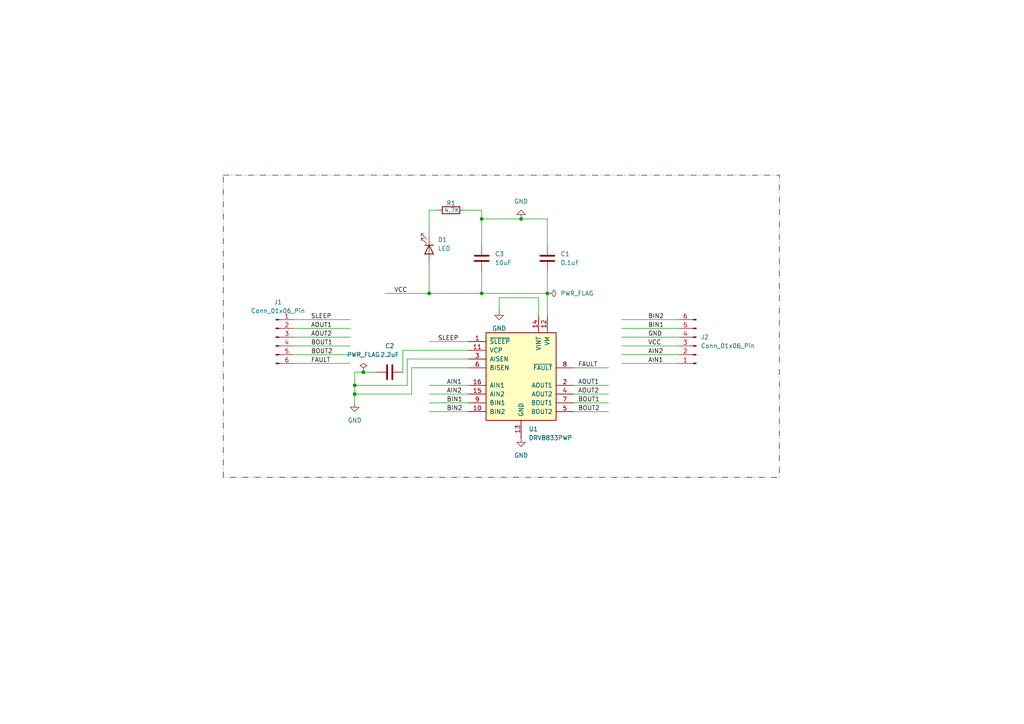
<source format=kicad_sch>
(kicad_sch
	(version 20231120)
	(generator "eeschema")
	(generator_version "8.0")
	(uuid "6a266878-29d5-40a8-81a3-1ec595c26a54")
	(paper "A4")
	(title_block
		(title "Motor Driver with DRV8833")
		(date "2024-12-29")
		(company "Bharat PCB")
		(comment 1 "Drawn by Asmit")
	)
	(lib_symbols
		(symbol "Connector:Conn_01x06_Pin"
			(pin_names
				(offset 1.016) hide)
			(exclude_from_sim no)
			(in_bom yes)
			(on_board yes)
			(property "Reference" "J"
				(at 0 7.62 0)
				(effects
					(font
						(size 1.27 1.27)
					)
				)
			)
			(property "Value" "Conn_01x06_Pin"
				(at 0 -10.16 0)
				(effects
					(font
						(size 1.27 1.27)
					)
				)
			)
			(property "Footprint" ""
				(at 0 0 0)
				(effects
					(font
						(size 1.27 1.27)
					)
					(hide yes)
				)
			)
			(property "Datasheet" "~"
				(at 0 0 0)
				(effects
					(font
						(size 1.27 1.27)
					)
					(hide yes)
				)
			)
			(property "Description" "Generic connector, single row, 01x06, script generated"
				(at 0 0 0)
				(effects
					(font
						(size 1.27 1.27)
					)
					(hide yes)
				)
			)
			(property "ki_locked" ""
				(at 0 0 0)
				(effects
					(font
						(size 1.27 1.27)
					)
				)
			)
			(property "ki_keywords" "connector"
				(at 0 0 0)
				(effects
					(font
						(size 1.27 1.27)
					)
					(hide yes)
				)
			)
			(property "ki_fp_filters" "Connector*:*_1x??_*"
				(at 0 0 0)
				(effects
					(font
						(size 1.27 1.27)
					)
					(hide yes)
				)
			)
			(symbol "Conn_01x06_Pin_1_1"
				(polyline
					(pts
						(xy 1.27 -7.62) (xy 0.8636 -7.62)
					)
					(stroke
						(width 0.1524)
						(type default)
					)
					(fill
						(type none)
					)
				)
				(polyline
					(pts
						(xy 1.27 -5.08) (xy 0.8636 -5.08)
					)
					(stroke
						(width 0.1524)
						(type default)
					)
					(fill
						(type none)
					)
				)
				(polyline
					(pts
						(xy 1.27 -2.54) (xy 0.8636 -2.54)
					)
					(stroke
						(width 0.1524)
						(type default)
					)
					(fill
						(type none)
					)
				)
				(polyline
					(pts
						(xy 1.27 0) (xy 0.8636 0)
					)
					(stroke
						(width 0.1524)
						(type default)
					)
					(fill
						(type none)
					)
				)
				(polyline
					(pts
						(xy 1.27 2.54) (xy 0.8636 2.54)
					)
					(stroke
						(width 0.1524)
						(type default)
					)
					(fill
						(type none)
					)
				)
				(polyline
					(pts
						(xy 1.27 5.08) (xy 0.8636 5.08)
					)
					(stroke
						(width 0.1524)
						(type default)
					)
					(fill
						(type none)
					)
				)
				(rectangle
					(start 0.8636 -7.493)
					(end 0 -7.747)
					(stroke
						(width 0.1524)
						(type default)
					)
					(fill
						(type outline)
					)
				)
				(rectangle
					(start 0.8636 -4.953)
					(end 0 -5.207)
					(stroke
						(width 0.1524)
						(type default)
					)
					(fill
						(type outline)
					)
				)
				(rectangle
					(start 0.8636 -2.413)
					(end 0 -2.667)
					(stroke
						(width 0.1524)
						(type default)
					)
					(fill
						(type outline)
					)
				)
				(rectangle
					(start 0.8636 0.127)
					(end 0 -0.127)
					(stroke
						(width 0.1524)
						(type default)
					)
					(fill
						(type outline)
					)
				)
				(rectangle
					(start 0.8636 2.667)
					(end 0 2.413)
					(stroke
						(width 0.1524)
						(type default)
					)
					(fill
						(type outline)
					)
				)
				(rectangle
					(start 0.8636 5.207)
					(end 0 4.953)
					(stroke
						(width 0.1524)
						(type default)
					)
					(fill
						(type outline)
					)
				)
				(pin passive line
					(at 5.08 5.08 180)
					(length 3.81)
					(name "Pin_1"
						(effects
							(font
								(size 1.27 1.27)
							)
						)
					)
					(number "1"
						(effects
							(font
								(size 1.27 1.27)
							)
						)
					)
				)
				(pin passive line
					(at 5.08 2.54 180)
					(length 3.81)
					(name "Pin_2"
						(effects
							(font
								(size 1.27 1.27)
							)
						)
					)
					(number "2"
						(effects
							(font
								(size 1.27 1.27)
							)
						)
					)
				)
				(pin passive line
					(at 5.08 0 180)
					(length 3.81)
					(name "Pin_3"
						(effects
							(font
								(size 1.27 1.27)
							)
						)
					)
					(number "3"
						(effects
							(font
								(size 1.27 1.27)
							)
						)
					)
				)
				(pin passive line
					(at 5.08 -2.54 180)
					(length 3.81)
					(name "Pin_4"
						(effects
							(font
								(size 1.27 1.27)
							)
						)
					)
					(number "4"
						(effects
							(font
								(size 1.27 1.27)
							)
						)
					)
				)
				(pin passive line
					(at 5.08 -5.08 180)
					(length 3.81)
					(name "Pin_5"
						(effects
							(font
								(size 1.27 1.27)
							)
						)
					)
					(number "5"
						(effects
							(font
								(size 1.27 1.27)
							)
						)
					)
				)
				(pin passive line
					(at 5.08 -7.62 180)
					(length 3.81)
					(name "Pin_6"
						(effects
							(font
								(size 1.27 1.27)
							)
						)
					)
					(number "6"
						(effects
							(font
								(size 1.27 1.27)
							)
						)
					)
				)
			)
		)
		(symbol "Device:C"
			(pin_numbers hide)
			(pin_names
				(offset 0.254)
			)
			(exclude_from_sim no)
			(in_bom yes)
			(on_board yes)
			(property "Reference" "C"
				(at 0.635 2.54 0)
				(effects
					(font
						(size 1.27 1.27)
					)
					(justify left)
				)
			)
			(property "Value" "C"
				(at 0.635 -2.54 0)
				(effects
					(font
						(size 1.27 1.27)
					)
					(justify left)
				)
			)
			(property "Footprint" ""
				(at 0.9652 -3.81 0)
				(effects
					(font
						(size 1.27 1.27)
					)
					(hide yes)
				)
			)
			(property "Datasheet" "~"
				(at 0 0 0)
				(effects
					(font
						(size 1.27 1.27)
					)
					(hide yes)
				)
			)
			(property "Description" "Unpolarized capacitor"
				(at 0 0 0)
				(effects
					(font
						(size 1.27 1.27)
					)
					(hide yes)
				)
			)
			(property "ki_keywords" "cap capacitor"
				(at 0 0 0)
				(effects
					(font
						(size 1.27 1.27)
					)
					(hide yes)
				)
			)
			(property "ki_fp_filters" "C_*"
				(at 0 0 0)
				(effects
					(font
						(size 1.27 1.27)
					)
					(hide yes)
				)
			)
			(symbol "C_0_1"
				(polyline
					(pts
						(xy -2.032 -0.762) (xy 2.032 -0.762)
					)
					(stroke
						(width 0.508)
						(type default)
					)
					(fill
						(type none)
					)
				)
				(polyline
					(pts
						(xy -2.032 0.762) (xy 2.032 0.762)
					)
					(stroke
						(width 0.508)
						(type default)
					)
					(fill
						(type none)
					)
				)
			)
			(symbol "C_1_1"
				(pin passive line
					(at 0 3.81 270)
					(length 2.794)
					(name "~"
						(effects
							(font
								(size 1.27 1.27)
							)
						)
					)
					(number "1"
						(effects
							(font
								(size 1.27 1.27)
							)
						)
					)
				)
				(pin passive line
					(at 0 -3.81 90)
					(length 2.794)
					(name "~"
						(effects
							(font
								(size 1.27 1.27)
							)
						)
					)
					(number "2"
						(effects
							(font
								(size 1.27 1.27)
							)
						)
					)
				)
			)
		)
		(symbol "Device:LED"
			(pin_numbers hide)
			(pin_names
				(offset 1.016) hide)
			(exclude_from_sim no)
			(in_bom yes)
			(on_board yes)
			(property "Reference" "D"
				(at 0 2.54 0)
				(effects
					(font
						(size 1.27 1.27)
					)
				)
			)
			(property "Value" "LED"
				(at 0 -2.54 0)
				(effects
					(font
						(size 1.27 1.27)
					)
				)
			)
			(property "Footprint" ""
				(at 0 0 0)
				(effects
					(font
						(size 1.27 1.27)
					)
					(hide yes)
				)
			)
			(property "Datasheet" "~"
				(at 0 0 0)
				(effects
					(font
						(size 1.27 1.27)
					)
					(hide yes)
				)
			)
			(property "Description" "Light emitting diode"
				(at 0 0 0)
				(effects
					(font
						(size 1.27 1.27)
					)
					(hide yes)
				)
			)
			(property "ki_keywords" "LED diode"
				(at 0 0 0)
				(effects
					(font
						(size 1.27 1.27)
					)
					(hide yes)
				)
			)
			(property "ki_fp_filters" "LED* LED_SMD:* LED_THT:*"
				(at 0 0 0)
				(effects
					(font
						(size 1.27 1.27)
					)
					(hide yes)
				)
			)
			(symbol "LED_0_1"
				(polyline
					(pts
						(xy -1.27 -1.27) (xy -1.27 1.27)
					)
					(stroke
						(width 0.254)
						(type default)
					)
					(fill
						(type none)
					)
				)
				(polyline
					(pts
						(xy -1.27 0) (xy 1.27 0)
					)
					(stroke
						(width 0)
						(type default)
					)
					(fill
						(type none)
					)
				)
				(polyline
					(pts
						(xy 1.27 -1.27) (xy 1.27 1.27) (xy -1.27 0) (xy 1.27 -1.27)
					)
					(stroke
						(width 0.254)
						(type default)
					)
					(fill
						(type none)
					)
				)
				(polyline
					(pts
						(xy -3.048 -0.762) (xy -4.572 -2.286) (xy -3.81 -2.286) (xy -4.572 -2.286) (xy -4.572 -1.524)
					)
					(stroke
						(width 0)
						(type default)
					)
					(fill
						(type none)
					)
				)
				(polyline
					(pts
						(xy -1.778 -0.762) (xy -3.302 -2.286) (xy -2.54 -2.286) (xy -3.302 -2.286) (xy -3.302 -1.524)
					)
					(stroke
						(width 0)
						(type default)
					)
					(fill
						(type none)
					)
				)
			)
			(symbol "LED_1_1"
				(pin passive line
					(at -3.81 0 0)
					(length 2.54)
					(name "K"
						(effects
							(font
								(size 1.27 1.27)
							)
						)
					)
					(number "1"
						(effects
							(font
								(size 1.27 1.27)
							)
						)
					)
				)
				(pin passive line
					(at 3.81 0 180)
					(length 2.54)
					(name "A"
						(effects
							(font
								(size 1.27 1.27)
							)
						)
					)
					(number "2"
						(effects
							(font
								(size 1.27 1.27)
							)
						)
					)
				)
			)
		)
		(symbol "Device:R"
			(pin_numbers hide)
			(pin_names
				(offset 0)
			)
			(exclude_from_sim no)
			(in_bom yes)
			(on_board yes)
			(property "Reference" "R"
				(at 2.032 0 90)
				(effects
					(font
						(size 1.27 1.27)
					)
				)
			)
			(property "Value" "R"
				(at 0 0 90)
				(effects
					(font
						(size 1.27 1.27)
					)
				)
			)
			(property "Footprint" ""
				(at -1.778 0 90)
				(effects
					(font
						(size 1.27 1.27)
					)
					(hide yes)
				)
			)
			(property "Datasheet" "~"
				(at 0 0 0)
				(effects
					(font
						(size 1.27 1.27)
					)
					(hide yes)
				)
			)
			(property "Description" "Resistor"
				(at 0 0 0)
				(effects
					(font
						(size 1.27 1.27)
					)
					(hide yes)
				)
			)
			(property "ki_keywords" "R res resistor"
				(at 0 0 0)
				(effects
					(font
						(size 1.27 1.27)
					)
					(hide yes)
				)
			)
			(property "ki_fp_filters" "R_*"
				(at 0 0 0)
				(effects
					(font
						(size 1.27 1.27)
					)
					(hide yes)
				)
			)
			(symbol "R_0_1"
				(rectangle
					(start -1.016 -2.54)
					(end 1.016 2.54)
					(stroke
						(width 0.254)
						(type default)
					)
					(fill
						(type none)
					)
				)
			)
			(symbol "R_1_1"
				(pin passive line
					(at 0 3.81 270)
					(length 1.27)
					(name "~"
						(effects
							(font
								(size 1.27 1.27)
							)
						)
					)
					(number "1"
						(effects
							(font
								(size 1.27 1.27)
							)
						)
					)
				)
				(pin passive line
					(at 0 -3.81 90)
					(length 1.27)
					(name "~"
						(effects
							(font
								(size 1.27 1.27)
							)
						)
					)
					(number "2"
						(effects
							(font
								(size 1.27 1.27)
							)
						)
					)
				)
			)
		)
		(symbol "Driver_Motor:DRV8833PWP"
			(pin_names
				(offset 1.016)
			)
			(exclude_from_sim no)
			(in_bom yes)
			(on_board yes)
			(property "Reference" "U"
				(at -3.81 16.51 0)
				(effects
					(font
						(size 1.27 1.27)
					)
				)
			)
			(property "Value" "DRV8833PWP"
				(at -3.81 13.97 0)
				(effects
					(font
						(size 1.27 1.27)
					)
				)
			)
			(property "Footprint" "Package_SO:HTSSOP-16-1EP_4.4x5mm_P0.65mm_EP3.4x5mm_Mask2.46x2.31mm_ThermalVias"
				(at 5.08 -15.24 0)
				(effects
					(font
						(size 1.27 1.27)
					)
					(justify left)
					(hide yes)
				)
			)
			(property "Datasheet" "http://www.ti.com/lit/ds/symlink/drv8833.pdf"
				(at 5.08 -17.78 0)
				(effects
					(font
						(size 1.27 1.27)
					)
					(justify left)
					(hide yes)
				)
			)
			(property "Description" "Dual H-Bridge Motor Driver, HTSSOP-16"
				(at 0 0 0)
				(effects
					(font
						(size 1.27 1.27)
					)
					(hide yes)
				)
			)
			(property "ki_keywords" "H-bridge motor driver"
				(at 0 0 0)
				(effects
					(font
						(size 1.27 1.27)
					)
					(hide yes)
				)
			)
			(property "ki_fp_filters" "HTSSOP-16-1EP*4.4x5mm*P0.65mm*"
				(at 0 0 0)
				(effects
					(font
						(size 1.27 1.27)
					)
					(hide yes)
				)
			)
			(symbol "DRV8833PWP_0_1"
				(rectangle
					(start -10.16 12.7)
					(end 10.16 -12.7)
					(stroke
						(width 0.254)
						(type default)
					)
					(fill
						(type background)
					)
				)
			)
			(symbol "DRV8833PWP_1_1"
				(pin input line
					(at -15.24 10.16 0)
					(length 5.08)
					(name "~{SLEEP}"
						(effects
							(font
								(size 1.27 1.27)
							)
						)
					)
					(number "1"
						(effects
							(font
								(size 1.27 1.27)
							)
						)
					)
				)
				(pin input line
					(at -15.24 -10.16 0)
					(length 5.08)
					(name "BIN2"
						(effects
							(font
								(size 1.27 1.27)
							)
						)
					)
					(number "10"
						(effects
							(font
								(size 1.27 1.27)
							)
						)
					)
				)
				(pin bidirectional line
					(at -15.24 7.62 0)
					(length 5.08)
					(name "VCP"
						(effects
							(font
								(size 1.27 1.27)
							)
						)
					)
					(number "11"
						(effects
							(font
								(size 1.27 1.27)
							)
						)
					)
				)
				(pin power_in line
					(at 7.62 17.78 270)
					(length 5.08)
					(name "VM"
						(effects
							(font
								(size 1.27 1.27)
							)
						)
					)
					(number "12"
						(effects
							(font
								(size 1.27 1.27)
							)
						)
					)
				)
				(pin power_in line
					(at 0 -17.78 90)
					(length 5.08)
					(name "GND"
						(effects
							(font
								(size 1.27 1.27)
							)
						)
					)
					(number "13"
						(effects
							(font
								(size 1.27 1.27)
							)
						)
					)
				)
				(pin power_in line
					(at 5.08 17.78 270)
					(length 5.08)
					(name "VINT"
						(effects
							(font
								(size 1.27 1.27)
							)
						)
					)
					(number "14"
						(effects
							(font
								(size 1.27 1.27)
							)
						)
					)
				)
				(pin input line
					(at -15.24 -5.08 0)
					(length 5.08)
					(name "AIN2"
						(effects
							(font
								(size 1.27 1.27)
							)
						)
					)
					(number "15"
						(effects
							(font
								(size 1.27 1.27)
							)
						)
					)
				)
				(pin input line
					(at -15.24 -2.54 0)
					(length 5.08)
					(name "AIN1"
						(effects
							(font
								(size 1.27 1.27)
							)
						)
					)
					(number "16"
						(effects
							(font
								(size 1.27 1.27)
							)
						)
					)
				)
				(pin passive line
					(at 0 -17.78 90)
					(length 5.08) hide
					(name "GND"
						(effects
							(font
								(size 1.27 1.27)
							)
						)
					)
					(number "17"
						(effects
							(font
								(size 1.27 1.27)
							)
						)
					)
				)
				(pin power_out line
					(at 15.24 -2.54 180)
					(length 5.08)
					(name "AOUT1"
						(effects
							(font
								(size 1.27 1.27)
							)
						)
					)
					(number "2"
						(effects
							(font
								(size 1.27 1.27)
							)
						)
					)
				)
				(pin bidirectional line
					(at -15.24 5.08 0)
					(length 5.08)
					(name "AISEN"
						(effects
							(font
								(size 1.27 1.27)
							)
						)
					)
					(number "3"
						(effects
							(font
								(size 1.27 1.27)
							)
						)
					)
				)
				(pin power_out line
					(at 15.24 -5.08 180)
					(length 5.08)
					(name "AOUT2"
						(effects
							(font
								(size 1.27 1.27)
							)
						)
					)
					(number "4"
						(effects
							(font
								(size 1.27 1.27)
							)
						)
					)
				)
				(pin power_out line
					(at 15.24 -10.16 180)
					(length 5.08)
					(name "BOUT2"
						(effects
							(font
								(size 1.27 1.27)
							)
						)
					)
					(number "5"
						(effects
							(font
								(size 1.27 1.27)
							)
						)
					)
				)
				(pin bidirectional line
					(at -15.24 2.54 0)
					(length 5.08)
					(name "BISEN"
						(effects
							(font
								(size 1.27 1.27)
							)
						)
					)
					(number "6"
						(effects
							(font
								(size 1.27 1.27)
							)
						)
					)
				)
				(pin power_out line
					(at 15.24 -7.62 180)
					(length 5.08)
					(name "BOUT1"
						(effects
							(font
								(size 1.27 1.27)
							)
						)
					)
					(number "7"
						(effects
							(font
								(size 1.27 1.27)
							)
						)
					)
				)
				(pin open_collector line
					(at 15.24 2.54 180)
					(length 5.08)
					(name "~{FAULT}"
						(effects
							(font
								(size 1.27 1.27)
							)
						)
					)
					(number "8"
						(effects
							(font
								(size 1.27 1.27)
							)
						)
					)
				)
				(pin input line
					(at -15.24 -7.62 0)
					(length 5.08)
					(name "BIN1"
						(effects
							(font
								(size 1.27 1.27)
							)
						)
					)
					(number "9"
						(effects
							(font
								(size 1.27 1.27)
							)
						)
					)
				)
			)
		)
		(symbol "power:GND"
			(power)
			(pin_numbers hide)
			(pin_names
				(offset 0) hide)
			(exclude_from_sim no)
			(in_bom yes)
			(on_board yes)
			(property "Reference" "#PWR"
				(at 0 -6.35 0)
				(effects
					(font
						(size 1.27 1.27)
					)
					(hide yes)
				)
			)
			(property "Value" "GND"
				(at 0 -3.81 0)
				(effects
					(font
						(size 1.27 1.27)
					)
				)
			)
			(property "Footprint" ""
				(at 0 0 0)
				(effects
					(font
						(size 1.27 1.27)
					)
					(hide yes)
				)
			)
			(property "Datasheet" ""
				(at 0 0 0)
				(effects
					(font
						(size 1.27 1.27)
					)
					(hide yes)
				)
			)
			(property "Description" "Power symbol creates a global label with name \"GND\" , ground"
				(at 0 0 0)
				(effects
					(font
						(size 1.27 1.27)
					)
					(hide yes)
				)
			)
			(property "ki_keywords" "global power"
				(at 0 0 0)
				(effects
					(font
						(size 1.27 1.27)
					)
					(hide yes)
				)
			)
			(symbol "GND_0_1"
				(polyline
					(pts
						(xy 0 0) (xy 0 -1.27) (xy 1.27 -1.27) (xy 0 -2.54) (xy -1.27 -1.27) (xy 0 -1.27)
					)
					(stroke
						(width 0)
						(type default)
					)
					(fill
						(type none)
					)
				)
			)
			(symbol "GND_1_1"
				(pin power_in line
					(at 0 0 270)
					(length 0)
					(name "~"
						(effects
							(font
								(size 1.27 1.27)
							)
						)
					)
					(number "1"
						(effects
							(font
								(size 1.27 1.27)
							)
						)
					)
				)
			)
		)
		(symbol "power:PWR_FLAG"
			(power)
			(pin_numbers hide)
			(pin_names
				(offset 0) hide)
			(exclude_from_sim no)
			(in_bom yes)
			(on_board yes)
			(property "Reference" "#FLG"
				(at 0 1.905 0)
				(effects
					(font
						(size 1.27 1.27)
					)
					(hide yes)
				)
			)
			(property "Value" "PWR_FLAG"
				(at 0 3.81 0)
				(effects
					(font
						(size 1.27 1.27)
					)
				)
			)
			(property "Footprint" ""
				(at 0 0 0)
				(effects
					(font
						(size 1.27 1.27)
					)
					(hide yes)
				)
			)
			(property "Datasheet" "~"
				(at 0 0 0)
				(effects
					(font
						(size 1.27 1.27)
					)
					(hide yes)
				)
			)
			(property "Description" "Special symbol for telling ERC where power comes from"
				(at 0 0 0)
				(effects
					(font
						(size 1.27 1.27)
					)
					(hide yes)
				)
			)
			(property "ki_keywords" "flag power"
				(at 0 0 0)
				(effects
					(font
						(size 1.27 1.27)
					)
					(hide yes)
				)
			)
			(symbol "PWR_FLAG_0_0"
				(pin power_out line
					(at 0 0 90)
					(length 0)
					(name "~"
						(effects
							(font
								(size 1.27 1.27)
							)
						)
					)
					(number "1"
						(effects
							(font
								(size 1.27 1.27)
							)
						)
					)
				)
			)
			(symbol "PWR_FLAG_0_1"
				(polyline
					(pts
						(xy 0 0) (xy 0 1.27) (xy -1.016 1.905) (xy 0 2.54) (xy 1.016 1.905) (xy 0 1.27)
					)
					(stroke
						(width 0)
						(type default)
					)
					(fill
						(type none)
					)
				)
			)
		)
	)
	(junction
		(at 151.13 63.5)
		(diameter 0)
		(color 0 0 0 0)
		(uuid "260569b8-bbf6-4f14-8c96-d41b894f1b65")
	)
	(junction
		(at 139.7 85.09)
		(diameter 0)
		(color 0 0 0 0)
		(uuid "35280229-5062-4743-be65-a81d9dc57c9c")
	)
	(junction
		(at 124.46 85.09)
		(diameter 0)
		(color 0 0 0 0)
		(uuid "45dc0dbe-774f-402b-a778-67401293227f")
	)
	(junction
		(at 139.7 63.5)
		(diameter 0)
		(color 0 0 0 0)
		(uuid "4653f160-cc1c-4de2-b40d-94b533923621")
	)
	(junction
		(at 105.41 107.95)
		(diameter 0)
		(color 0 0 0 0)
		(uuid "9da5f9ca-49d0-4508-8035-f67da1844992")
	)
	(junction
		(at 158.75 85.09)
		(diameter 0)
		(color 0 0 0 0)
		(uuid "a021e3d9-b7e6-4a00-a73e-4e6910f9c4cf")
	)
	(junction
		(at 102.87 114.3)
		(diameter 0)
		(color 0 0 0 0)
		(uuid "c53c77ab-939f-4b21-9716-582d700e642b")
	)
	(junction
		(at 102.87 111.76)
		(diameter 0)
		(color 0 0 0 0)
		(uuid "f5d371fb-943f-4704-a6cc-c5ae45968e3f")
	)
	(wire
		(pts
			(xy 118.11 104.14) (xy 135.89 104.14)
		)
		(stroke
			(width 0)
			(type default)
		)
		(uuid "09135b21-bbe2-491d-bbaf-fbb7de520f00")
	)
	(wire
		(pts
			(xy 124.46 99.06) (xy 135.89 99.06)
		)
		(stroke
			(width 0)
			(type default)
		)
		(uuid "11d45a1f-7c4b-488f-bba4-39188f26159c")
	)
	(wire
		(pts
			(xy 116.84 101.6) (xy 116.84 107.95)
		)
		(stroke
			(width 0)
			(type default)
		)
		(uuid "124cd7ad-1c34-4c23-859a-1c93194f1f3e")
	)
	(wire
		(pts
			(xy 158.75 78.74) (xy 158.75 85.09)
		)
		(stroke
			(width 0)
			(type default)
		)
		(uuid "13cd40fd-cb64-486b-b9c8-b4243e5106e2")
	)
	(wire
		(pts
			(xy 85.09 102.87) (xy 101.6 102.87)
		)
		(stroke
			(width 0)
			(type default)
		)
		(uuid "15d192f0-32ba-4fe3-a891-ab0cc8e1f666")
	)
	(wire
		(pts
			(xy 111.76 85.09) (xy 124.46 85.09)
		)
		(stroke
			(width 0)
			(type default)
		)
		(uuid "19e4a77f-caf2-470e-8123-263409b165a6")
	)
	(wire
		(pts
			(xy 124.46 116.84) (xy 135.89 116.84)
		)
		(stroke
			(width 0)
			(type default)
		)
		(uuid "2549f732-e819-4fe1-bc3b-da9075f62979")
	)
	(wire
		(pts
			(xy 180.34 97.79) (xy 196.85 97.79)
		)
		(stroke
			(width 0)
			(type default)
		)
		(uuid "290d401b-cf98-4706-837e-710b461555ee")
	)
	(wire
		(pts
			(xy 124.46 60.96) (xy 127 60.96)
		)
		(stroke
			(width 0)
			(type default)
		)
		(uuid "2d8948ec-f1c1-45d1-a047-134fb4b284d9")
	)
	(wire
		(pts
			(xy 166.37 116.84) (xy 176.53 116.84)
		)
		(stroke
			(width 0)
			(type default)
		)
		(uuid "330b4f6e-3172-44ec-a419-2e50f1915e6b")
	)
	(wire
		(pts
			(xy 158.75 71.12) (xy 158.75 63.5)
		)
		(stroke
			(width 0)
			(type default)
		)
		(uuid "399b1170-452a-4cce-93ae-b47a9fb73203")
	)
	(wire
		(pts
			(xy 180.34 105.41) (xy 196.85 105.41)
		)
		(stroke
			(width 0)
			(type default)
		)
		(uuid "3edf14ac-a114-417a-b27a-63e8f26f55e9")
	)
	(wire
		(pts
			(xy 156.21 91.44) (xy 156.21 86.36)
		)
		(stroke
			(width 0)
			(type default)
		)
		(uuid "404fe754-27e2-4760-9fe2-33f2348073af")
	)
	(wire
		(pts
			(xy 85.09 92.71) (xy 101.6 92.71)
		)
		(stroke
			(width 0)
			(type default)
		)
		(uuid "4cacfa4b-4366-4150-a997-9d01275b2919")
	)
	(wire
		(pts
			(xy 158.75 63.5) (xy 151.13 63.5)
		)
		(stroke
			(width 0)
			(type default)
		)
		(uuid "4eda0405-35b5-42c9-ab80-3244274d7a05")
	)
	(wire
		(pts
			(xy 85.09 100.33) (xy 101.6 100.33)
		)
		(stroke
			(width 0)
			(type default)
		)
		(uuid "52ace8e9-67d9-4e3c-b075-dd0817a4ae2f")
	)
	(wire
		(pts
			(xy 124.46 119.38) (xy 135.89 119.38)
		)
		(stroke
			(width 0)
			(type default)
		)
		(uuid "5b68beae-cd7a-45f5-adf4-bbe11bd5951b")
	)
	(wire
		(pts
			(xy 166.37 106.68) (xy 176.53 106.68)
		)
		(stroke
			(width 0)
			(type default)
		)
		(uuid "68c75d32-b954-48d1-ab44-c1cf5f0b1413")
	)
	(wire
		(pts
			(xy 124.46 114.3) (xy 135.89 114.3)
		)
		(stroke
			(width 0)
			(type default)
		)
		(uuid "6ff8556e-b505-476a-b047-a952bf9c133a")
	)
	(wire
		(pts
			(xy 119.38 114.3) (xy 102.87 114.3)
		)
		(stroke
			(width 0)
			(type default)
		)
		(uuid "72c7a20b-2f64-469d-a251-2cdc2d544162")
	)
	(wire
		(pts
			(xy 135.89 101.6) (xy 116.84 101.6)
		)
		(stroke
			(width 0)
			(type default)
		)
		(uuid "755b9af6-f936-4aae-9964-b175dc6f6347")
	)
	(wire
		(pts
			(xy 158.75 85.09) (xy 139.7 85.09)
		)
		(stroke
			(width 0)
			(type default)
		)
		(uuid "76f423fd-f802-46c7-b478-f15a39739c42")
	)
	(wire
		(pts
			(xy 102.87 111.76) (xy 118.11 111.76)
		)
		(stroke
			(width 0)
			(type default)
		)
		(uuid "81b5b565-2789-4739-a956-283944ead947")
	)
	(wire
		(pts
			(xy 180.34 100.33) (xy 196.85 100.33)
		)
		(stroke
			(width 0)
			(type default)
		)
		(uuid "95b8dd11-5f27-4757-8b73-055f5c58d7ce")
	)
	(wire
		(pts
			(xy 102.87 107.95) (xy 102.87 111.76)
		)
		(stroke
			(width 0)
			(type default)
		)
		(uuid "95be27d4-52e3-43f5-860e-8bf8a919b257")
	)
	(wire
		(pts
			(xy 151.13 63.5) (xy 139.7 63.5)
		)
		(stroke
			(width 0)
			(type default)
		)
		(uuid "983be18a-fd0c-4900-828a-ae53da478fd6")
	)
	(wire
		(pts
			(xy 85.09 95.25) (xy 101.6 95.25)
		)
		(stroke
			(width 0)
			(type default)
		)
		(uuid "9bb9e77e-87d6-45d3-82e7-531aca53a1f5")
	)
	(wire
		(pts
			(xy 119.38 106.68) (xy 119.38 114.3)
		)
		(stroke
			(width 0)
			(type default)
		)
		(uuid "9c37782a-fea4-40ef-a84c-2a4a5a0ea291")
	)
	(wire
		(pts
			(xy 180.34 92.71) (xy 196.85 92.71)
		)
		(stroke
			(width 0)
			(type default)
		)
		(uuid "ab93c967-e4a4-412b-8430-4ff924d96f3c")
	)
	(wire
		(pts
			(xy 105.41 107.95) (xy 102.87 107.95)
		)
		(stroke
			(width 0)
			(type default)
		)
		(uuid "ad4c6c61-16be-4ea9-94a4-ff490720e3ef")
	)
	(wire
		(pts
			(xy 166.37 114.3) (xy 176.53 114.3)
		)
		(stroke
			(width 0)
			(type default)
		)
		(uuid "ae53230c-1263-4170-8a78-241419fcc77d")
	)
	(wire
		(pts
			(xy 156.21 86.36) (xy 144.78 86.36)
		)
		(stroke
			(width 0)
			(type default)
		)
		(uuid "b0712a65-facf-4c0d-94df-704f5cb9f2c2")
	)
	(wire
		(pts
			(xy 118.11 104.14) (xy 118.11 111.76)
		)
		(stroke
			(width 0)
			(type default)
		)
		(uuid "b0c8aa84-dff5-4da8-aac2-ec3fe0871cda")
	)
	(wire
		(pts
			(xy 139.7 60.96) (xy 139.7 63.5)
		)
		(stroke
			(width 0)
			(type default)
		)
		(uuid "b63bf92d-ecd1-47d2-a513-c28b676954b6")
	)
	(wire
		(pts
			(xy 139.7 78.74) (xy 139.7 85.09)
		)
		(stroke
			(width 0)
			(type default)
		)
		(uuid "bb9678f9-171a-41b6-9026-41b8a67eb1e6")
	)
	(wire
		(pts
			(xy 124.46 85.09) (xy 124.46 76.2)
		)
		(stroke
			(width 0)
			(type default)
		)
		(uuid "bf483cd3-5d4a-4869-bc74-c2f45b10e211")
	)
	(wire
		(pts
			(xy 102.87 111.76) (xy 102.87 114.3)
		)
		(stroke
			(width 0)
			(type default)
		)
		(uuid "c13766b6-ff66-4a8d-af9a-6ab84aae482e")
	)
	(wire
		(pts
			(xy 102.87 114.3) (xy 102.87 116.84)
		)
		(stroke
			(width 0)
			(type default)
		)
		(uuid "c35ca4fb-7ccf-4512-924f-177117dce420")
	)
	(wire
		(pts
			(xy 166.37 111.76) (xy 176.53 111.76)
		)
		(stroke
			(width 0)
			(type default)
		)
		(uuid "c3baa15c-07a5-459a-aaca-acdd9cf9f1d6")
	)
	(wire
		(pts
			(xy 109.22 107.95) (xy 105.41 107.95)
		)
		(stroke
			(width 0)
			(type default)
		)
		(uuid "c9654722-e8cb-441d-943b-84d183984413")
	)
	(wire
		(pts
			(xy 85.09 97.79) (xy 101.6 97.79)
		)
		(stroke
			(width 0)
			(type default)
		)
		(uuid "ca87ea41-edfe-479a-a644-f5c497adc031")
	)
	(wire
		(pts
			(xy 139.7 63.5) (xy 139.7 71.12)
		)
		(stroke
			(width 0)
			(type default)
		)
		(uuid "cb9f1685-4cf7-419a-843a-3762c20b77c9")
	)
	(wire
		(pts
			(xy 124.46 85.09) (xy 139.7 85.09)
		)
		(stroke
			(width 0)
			(type default)
		)
		(uuid "d4c68791-875e-4f1e-befa-47fd11e6933d")
	)
	(wire
		(pts
			(xy 158.75 85.09) (xy 158.75 91.44)
		)
		(stroke
			(width 0)
			(type default)
		)
		(uuid "d682e4aa-23ce-46b9-aee6-adc5e2efe493")
	)
	(wire
		(pts
			(xy 180.34 102.87) (xy 196.85 102.87)
		)
		(stroke
			(width 0)
			(type default)
		)
		(uuid "da3d473b-233f-4b0d-aee8-9c0e08617a1f")
	)
	(wire
		(pts
			(xy 144.78 86.36) (xy 144.78 90.17)
		)
		(stroke
			(width 0)
			(type default)
		)
		(uuid "dbe7aad0-fb20-416f-a06e-2472288a298b")
	)
	(wire
		(pts
			(xy 124.46 68.58) (xy 124.46 60.96)
		)
		(stroke
			(width 0)
			(type default)
		)
		(uuid "dfbba9c8-1bf3-40a1-93cd-4020acbfa6dd")
	)
	(wire
		(pts
			(xy 124.46 111.76) (xy 135.89 111.76)
		)
		(stroke
			(width 0)
			(type default)
		)
		(uuid "e27fca0a-8cce-4e10-9e85-742addc22a7b")
	)
	(wire
		(pts
			(xy 85.09 105.41) (xy 101.6 105.41)
		)
		(stroke
			(width 0)
			(type default)
		)
		(uuid "ec48c407-5fa3-4176-9ee3-4912dd3521a5")
	)
	(wire
		(pts
			(xy 180.34 95.25) (xy 196.85 95.25)
		)
		(stroke
			(width 0)
			(type default)
		)
		(uuid "edd6a34c-5caa-4044-a675-acf489b7b39e")
	)
	(wire
		(pts
			(xy 166.37 119.38) (xy 176.53 119.38)
		)
		(stroke
			(width 0)
			(type default)
		)
		(uuid "f9b93bd3-bd45-4535-b423-b455d1b74e11")
	)
	(wire
		(pts
			(xy 119.38 106.68) (xy 135.89 106.68)
		)
		(stroke
			(width 0)
			(type default)
		)
		(uuid "fb71ec95-71ba-488b-93be-cd1e9813e875")
	)
	(wire
		(pts
			(xy 134.62 60.96) (xy 139.7 60.96)
		)
		(stroke
			(width 0)
			(type default)
		)
		(uuid "fbc8feba-fada-4a68-9fa0-3d60bd4a1ed5")
	)
	(rectangle
		(start 64.77 50.8)
		(end 226.06 138.43)
		(stroke
			(width 0)
			(type dash_dot_dot)
		)
		(fill
			(type none)
		)
		(uuid 63353021-ac96-491b-bbbb-1fb9f3f75f18)
	)
	(label "AOUT1"
		(at 90.17 95.25 0)
		(fields_autoplaced yes)
		(effects
			(font
				(size 1.27 1.27)
			)
			(justify left bottom)
		)
		(uuid "0b38a04f-9fda-4fc1-8458-ff4a23926bca")
	)
	(label "AIN1"
		(at 129.54 111.76 0)
		(fields_autoplaced yes)
		(effects
			(font
				(size 1.27 1.27)
			)
			(justify left bottom)
		)
		(uuid "0fde6319-536a-4f05-a8b9-849c35ba1de6")
	)
	(label "AIN2"
		(at 187.96 102.87 0)
		(fields_autoplaced yes)
		(effects
			(font
				(size 1.27 1.27)
			)
			(justify left bottom)
		)
		(uuid "13a2a2ed-fab1-47ab-87b8-f1052247b1fa")
	)
	(label "FAULT"
		(at 90.17 105.41 0)
		(fields_autoplaced yes)
		(effects
			(font
				(size 1.27 1.27)
			)
			(justify left bottom)
		)
		(uuid "1c10b7cc-f725-49e6-a215-1386088b6611")
	)
	(label "AIN1"
		(at 187.96 105.41 0)
		(fields_autoplaced yes)
		(effects
			(font
				(size 1.27 1.27)
			)
			(justify left bottom)
		)
		(uuid "3b1e78d7-04b3-4e8a-a224-9d5082eee249")
	)
	(label "BOUT1"
		(at 90.17 100.33 0)
		(fields_autoplaced yes)
		(effects
			(font
				(size 1.27 1.27)
			)
			(justify left bottom)
		)
		(uuid "449c05af-35a6-4287-ab8c-eeb88d4dc026")
	)
	(label "BOUT1"
		(at 167.64 116.84 0)
		(fields_autoplaced yes)
		(effects
			(font
				(size 1.27 1.27)
			)
			(justify left bottom)
		)
		(uuid "49656517-e41a-40a8-bda4-f819097d2255")
	)
	(label "BIN1"
		(at 187.96 95.25 0)
		(fields_autoplaced yes)
		(effects
			(font
				(size 1.27 1.27)
			)
			(justify left bottom)
		)
		(uuid "5442b6c1-0ae9-49a3-a4f0-4977c145d20e")
	)
	(label "AIN2"
		(at 129.54 114.3 0)
		(fields_autoplaced yes)
		(effects
			(font
				(size 1.27 1.27)
			)
			(justify left bottom)
		)
		(uuid "59242892-2669-4122-9043-20599c632ac9")
	)
	(label "BOUT2"
		(at 167.64 119.38 0)
		(fields_autoplaced yes)
		(effects
			(font
				(size 1.27 1.27)
			)
			(justify left bottom)
		)
		(uuid "6cc7ae5f-412b-4fb6-a1f4-68138fbddbdf")
	)
	(label "BIN1"
		(at 129.54 116.84 0)
		(fields_autoplaced yes)
		(effects
			(font
				(size 1.27 1.27)
			)
			(justify left bottom)
		)
		(uuid "71b03fd8-ed42-4ba0-ac51-90cff3a974dc")
	)
	(label "BIN2"
		(at 187.96 92.71 0)
		(fields_autoplaced yes)
		(effects
			(font
				(size 1.27 1.27)
			)
			(justify left bottom)
		)
		(uuid "8ca70cb5-c572-4131-9a4b-ad8487e5e394")
	)
	(label "BOUT2"
		(at 90.17 102.87 0)
		(fields_autoplaced yes)
		(effects
			(font
				(size 1.27 1.27)
			)
			(justify left bottom)
		)
		(uuid "982e09a7-044f-49aa-bb71-f7cd2f3d4a3d")
	)
	(label "VCC"
		(at 187.96 100.33 0)
		(fields_autoplaced yes)
		(effects
			(font
				(size 1.27 1.27)
			)
			(justify left bottom)
		)
		(uuid "9da25d1c-3444-4ebc-a0c0-df4de29b63bd")
	)
	(label "BIN2"
		(at 129.54 119.38 0)
		(fields_autoplaced yes)
		(effects
			(font
				(size 1.27 1.27)
			)
			(justify left bottom)
		)
		(uuid "abda677e-2117-4980-a36c-a056c6e8f3a1")
	)
	(label "GND"
		(at 187.96 97.79 0)
		(fields_autoplaced yes)
		(effects
			(font
				(size 1.27 1.27)
			)
			(justify left bottom)
		)
		(uuid "b3951c05-9020-444f-93d1-1ad96c4d5584")
	)
	(label "SLEEP"
		(at 127 99.06 0)
		(fields_autoplaced yes)
		(effects
			(font
				(size 1.27 1.27)
			)
			(justify left bottom)
		)
		(uuid "b8d89fac-cee7-4e21-b286-54ae4a79672c")
	)
	(label "VCC"
		(at 114.3 85.09 0)
		(fields_autoplaced yes)
		(effects
			(font
				(size 1.27 1.27)
			)
			(justify left bottom)
		)
		(uuid "c20d4c26-1264-4441-8f78-886a17a478f7")
	)
	(label "SLEEP"
		(at 90.17 92.71 0)
		(fields_autoplaced yes)
		(effects
			(font
				(size 1.27 1.27)
			)
			(justify left bottom)
		)
		(uuid "ebed6440-1b4f-45c3-b6cf-46a26f69b384")
	)
	(label "AOUT1"
		(at 167.64 111.76 0)
		(fields_autoplaced yes)
		(effects
			(font
				(size 1.27 1.27)
			)
			(justify left bottom)
		)
		(uuid "ed305499-a01a-4ec5-a1e5-d5c343c6d791")
	)
	(label "AOUT2"
		(at 167.64 114.3 0)
		(fields_autoplaced yes)
		(effects
			(font
				(size 1.27 1.27)
			)
			(justify left bottom)
		)
		(uuid "f3728c30-f9fb-427e-91fa-28c1c4fe6b54")
	)
	(label "FAULT"
		(at 167.64 106.68 0)
		(fields_autoplaced yes)
		(effects
			(font
				(size 1.27 1.27)
			)
			(justify left bottom)
		)
		(uuid "f695b1d9-7fbe-4f91-8fd1-8be8f9aac614")
	)
	(label "AOUT2"
		(at 90.17 97.79 0)
		(fields_autoplaced yes)
		(effects
			(font
				(size 1.27 1.27)
			)
			(justify left bottom)
		)
		(uuid "fdf0c8e1-9544-4213-a0b6-a59a8648f559")
	)
	(symbol
		(lib_id "power:GND")
		(at 151.13 127 0)
		(unit 1)
		(exclude_from_sim no)
		(in_bom yes)
		(on_board yes)
		(dnp no)
		(fields_autoplaced yes)
		(uuid "2983f4d6-c756-4500-8d8b-40eb129ca13d")
		(property "Reference" "#PWR02"
			(at 151.13 133.35 0)
			(effects
				(font
					(size 1.27 1.27)
				)
				(hide yes)
			)
		)
		(property "Value" "GND"
			(at 151.13 132.08 0)
			(effects
				(font
					(size 1.27 1.27)
				)
			)
		)
		(property "Footprint" ""
			(at 151.13 127 0)
			(effects
				(font
					(size 1.27 1.27)
				)
				(hide yes)
			)
		)
		(property "Datasheet" ""
			(at 151.13 127 0)
			(effects
				(font
					(size 1.27 1.27)
				)
				(hide yes)
			)
		)
		(property "Description" "Power symbol creates a global label with name \"GND\" , ground"
			(at 151.13 127 0)
			(effects
				(font
					(size 1.27 1.27)
				)
				(hide yes)
			)
		)
		(pin "1"
			(uuid "63ee03b2-6fd0-48f0-8563-c19371e7066c")
		)
		(instances
			(project "DRV8833MotorDriver"
				(path "/6a266878-29d5-40a8-81a3-1ec595c26a54"
					(reference "#PWR02")
					(unit 1)
				)
			)
		)
	)
	(symbol
		(lib_id "power:GND")
		(at 102.87 116.84 0)
		(unit 1)
		(exclude_from_sim no)
		(in_bom yes)
		(on_board yes)
		(dnp no)
		(fields_autoplaced yes)
		(uuid "332e41b1-3b9b-4b73-997a-6a63fccefaef")
		(property "Reference" "#PWR01"
			(at 102.87 123.19 0)
			(effects
				(font
					(size 1.27 1.27)
				)
				(hide yes)
			)
		)
		(property "Value" "GND"
			(at 102.87 121.92 0)
			(effects
				(font
					(size 1.27 1.27)
				)
			)
		)
		(property "Footprint" ""
			(at 102.87 116.84 0)
			(effects
				(font
					(size 1.27 1.27)
				)
				(hide yes)
			)
		)
		(property "Datasheet" ""
			(at 102.87 116.84 0)
			(effects
				(font
					(size 1.27 1.27)
				)
				(hide yes)
			)
		)
		(property "Description" "Power symbol creates a global label with name \"GND\" , ground"
			(at 102.87 116.84 0)
			(effects
				(font
					(size 1.27 1.27)
				)
				(hide yes)
			)
		)
		(pin "1"
			(uuid "de41e87d-f5db-4722-b120-52177b1cfb0d")
		)
		(instances
			(project ""
				(path "/6a266878-29d5-40a8-81a3-1ec595c26a54"
					(reference "#PWR01")
					(unit 1)
				)
			)
		)
	)
	(symbol
		(lib_id "Driver_Motor:DRV8833PWP")
		(at 151.13 109.22 0)
		(unit 1)
		(exclude_from_sim no)
		(in_bom yes)
		(on_board yes)
		(dnp no)
		(fields_autoplaced yes)
		(uuid "3a26c0c7-d5eb-4ac1-82c3-f349997edd49")
		(property "Reference" "U1"
			(at 153.3241 124.46 0)
			(effects
				(font
					(size 1.27 1.27)
				)
				(justify left)
			)
		)
		(property "Value" "DRV8833PWP"
			(at 153.3241 127 0)
			(effects
				(font
					(size 1.27 1.27)
				)
				(justify left)
			)
		)
		(property "Footprint" "Package_SO:HTSSOP-16-1EP_4.4x5mm_P0.65mm_EP3.4x5mm_Mask2.46x2.31mm_ThermalVias"
			(at 156.21 124.46 0)
			(effects
				(font
					(size 1.27 1.27)
				)
				(justify left)
				(hide yes)
			)
		)
		(property "Datasheet" "http://www.ti.com/lit/ds/symlink/drv8833.pdf"
			(at 156.21 127 0)
			(effects
				(font
					(size 1.27 1.27)
				)
				(justify left)
				(hide yes)
			)
		)
		(property "Description" "Dual H-Bridge Motor Driver, HTSSOP-16"
			(at 151.13 109.22 0)
			(effects
				(font
					(size 1.27 1.27)
				)
				(hide yes)
			)
		)
		(pin "1"
			(uuid "1c6ac18d-eace-4e55-8dc1-9d298cca9fb4")
		)
		(pin "11"
			(uuid "84f63c81-e373-4b03-9e8d-e550219888a8")
		)
		(pin "5"
			(uuid "4d352fd5-67f5-4eb1-92aa-39f4707d3c05")
		)
		(pin "14"
			(uuid "fc9587aa-5b35-40b1-b6b4-5caa5ded6f8f")
		)
		(pin "4"
			(uuid "718d1dde-7d1e-428f-813c-6fa2f83a57ce")
		)
		(pin "2"
			(uuid "5a30c079-05fd-42a4-94ad-8cae1affae33")
		)
		(pin "12"
			(uuid "cb6c8e5c-eba2-4d8d-aeb0-aa8df8a64a0d")
		)
		(pin "7"
			(uuid "157a3ca6-2c4a-4f9f-bb8f-9a5f72be070f")
		)
		(pin "8"
			(uuid "f4de54bc-ca52-4e01-8e87-8d1caf9db441")
		)
		(pin "10"
			(uuid "dac333dd-8b1e-46c2-99bf-0ec721ca3bd3")
		)
		(pin "9"
			(uuid "efb9071f-cc96-42ad-98a4-639735cf61a2")
		)
		(pin "3"
			(uuid "5be1abe8-1d44-40c7-a80e-c1151fbfab71")
		)
		(pin "17"
			(uuid "05c7ea84-0268-4c87-88cc-b32e1526ba8e")
		)
		(pin "13"
			(uuid "ab1b15ea-2ad4-41e9-9d79-cb459a8fde4d")
		)
		(pin "16"
			(uuid "6577bbfe-25f6-4994-8b73-66c70fb09537")
		)
		(pin "15"
			(uuid "1986ae97-9699-4f39-9fd9-3bff9e016cb3")
		)
		(pin "6"
			(uuid "a5a0cb43-9d05-4156-97c4-c46046d24753")
		)
		(instances
			(project ""
				(path "/6a266878-29d5-40a8-81a3-1ec595c26a54"
					(reference "U1")
					(unit 1)
				)
			)
		)
	)
	(symbol
		(lib_id "power:GND")
		(at 151.13 63.5 180)
		(unit 1)
		(exclude_from_sim no)
		(in_bom yes)
		(on_board yes)
		(dnp no)
		(fields_autoplaced yes)
		(uuid "3d61789e-cad6-4761-ab19-cc1e23ca3097")
		(property "Reference" "#PWR04"
			(at 151.13 57.15 0)
			(effects
				(font
					(size 1.27 1.27)
				)
				(hide yes)
			)
		)
		(property "Value" "GND"
			(at 151.13 58.42 0)
			(effects
				(font
					(size 1.27 1.27)
				)
			)
		)
		(property "Footprint" ""
			(at 151.13 63.5 0)
			(effects
				(font
					(size 1.27 1.27)
				)
				(hide yes)
			)
		)
		(property "Datasheet" ""
			(at 151.13 63.5 0)
			(effects
				(font
					(size 1.27 1.27)
				)
				(hide yes)
			)
		)
		(property "Description" "Power symbol creates a global label with name \"GND\" , ground"
			(at 151.13 63.5 0)
			(effects
				(font
					(size 1.27 1.27)
				)
				(hide yes)
			)
		)
		(pin "1"
			(uuid "4d64f854-26ae-4e67-ba5c-391a0807b57c")
		)
		(instances
			(project "DRV8833MotorDriver"
				(path "/6a266878-29d5-40a8-81a3-1ec595c26a54"
					(reference "#PWR04")
					(unit 1)
				)
			)
		)
	)
	(symbol
		(lib_id "Device:C")
		(at 158.75 74.93 0)
		(unit 1)
		(exclude_from_sim no)
		(in_bom yes)
		(on_board yes)
		(dnp no)
		(fields_autoplaced yes)
		(uuid "455813be-9b0b-4714-a488-37e074a11f22")
		(property "Reference" "C1"
			(at 162.56 73.6599 0)
			(effects
				(font
					(size 1.27 1.27)
				)
				(justify left)
			)
		)
		(property "Value" "0.1uF"
			(at 162.56 76.1999 0)
			(effects
				(font
					(size 1.27 1.27)
				)
				(justify left)
			)
		)
		(property "Footprint" "Capacitor_SMD:C_0805_2012Metric"
			(at 159.7152 78.74 0)
			(effects
				(font
					(size 1.27 1.27)
				)
				(hide yes)
			)
		)
		(property "Datasheet" "~"
			(at 158.75 74.93 0)
			(effects
				(font
					(size 1.27 1.27)
				)
				(hide yes)
			)
		)
		(property "Description" "Unpolarized capacitor"
			(at 158.75 74.93 0)
			(effects
				(font
					(size 1.27 1.27)
				)
				(hide yes)
			)
		)
		(pin "1"
			(uuid "731a72bf-303c-4e11-a7a3-47228238d85b")
		)
		(pin "2"
			(uuid "f9c10ed6-61fa-4925-874d-bd84a4e9f6a3")
		)
		(instances
			(project ""
				(path "/6a266878-29d5-40a8-81a3-1ec595c26a54"
					(reference "C1")
					(unit 1)
				)
			)
		)
	)
	(symbol
		(lib_id "Device:LED")
		(at 124.46 72.39 270)
		(unit 1)
		(exclude_from_sim no)
		(in_bom yes)
		(on_board yes)
		(dnp no)
		(fields_autoplaced yes)
		(uuid "48578ba6-5494-4491-9761-0e471cb8d368")
		(property "Reference" "D1"
			(at 127 69.5324 90)
			(effects
				(font
					(size 1.27 1.27)
				)
				(justify left)
			)
		)
		(property "Value" "LED"
			(at 127 72.0724 90)
			(effects
				(font
					(size 1.27 1.27)
				)
				(justify left)
			)
		)
		(property "Footprint" "LED_SMD:LED_0805_2012Metric"
			(at 124.46 72.39 0)
			(effects
				(font
					(size 1.27 1.27)
				)
				(hide yes)
			)
		)
		(property "Datasheet" "~"
			(at 124.46 72.39 0)
			(effects
				(font
					(size 1.27 1.27)
				)
				(hide yes)
			)
		)
		(property "Description" "Light emitting diode"
			(at 124.46 72.39 0)
			(effects
				(font
					(size 1.27 1.27)
				)
				(hide yes)
			)
		)
		(pin "1"
			(uuid "6548cf97-cb33-4cbb-8f95-7830db3b8381")
		)
		(pin "2"
			(uuid "c50b8a0d-d6c6-4f65-9a07-c5ef951a76f2")
		)
		(instances
			(project ""
				(path "/6a266878-29d5-40a8-81a3-1ec595c26a54"
					(reference "D1")
					(unit 1)
				)
			)
		)
	)
	(symbol
		(lib_id "Device:C")
		(at 113.03 107.95 90)
		(unit 1)
		(exclude_from_sim no)
		(in_bom yes)
		(on_board yes)
		(dnp no)
		(fields_autoplaced yes)
		(uuid "53c96791-75d8-4fa2-9a11-4d6c85ca1d60")
		(property "Reference" "C2"
			(at 113.03 100.33 90)
			(effects
				(font
					(size 1.27 1.27)
				)
			)
		)
		(property "Value" "2.2uF"
			(at 113.03 102.87 90)
			(effects
				(font
					(size 1.27 1.27)
				)
			)
		)
		(property "Footprint" "Capacitor_SMD:C_0805_2012Metric"
			(at 116.84 106.9848 0)
			(effects
				(font
					(size 1.27 1.27)
				)
				(hide yes)
			)
		)
		(property "Datasheet" "~"
			(at 113.03 107.95 0)
			(effects
				(font
					(size 1.27 1.27)
				)
				(hide yes)
			)
		)
		(property "Description" "Unpolarized capacitor"
			(at 113.03 107.95 0)
			(effects
				(font
					(size 1.27 1.27)
				)
				(hide yes)
			)
		)
		(pin "1"
			(uuid "c666ab71-936a-4bea-854f-4edeaf98f233")
		)
		(pin "2"
			(uuid "3918098a-e140-4b32-b146-3c5673db5d78")
		)
		(instances
			(project "DRV8833MotorDriver"
				(path "/6a266878-29d5-40a8-81a3-1ec595c26a54"
					(reference "C2")
					(unit 1)
				)
			)
		)
	)
	(symbol
		(lib_id "Connector:Conn_01x06_Pin")
		(at 201.93 100.33 180)
		(unit 1)
		(exclude_from_sim no)
		(in_bom yes)
		(on_board yes)
		(dnp no)
		(fields_autoplaced yes)
		(uuid "7a68282b-d6cd-450c-9ddd-a12abbcd4723")
		(property "Reference" "J2"
			(at 203.2 97.7899 0)
			(effects
				(font
					(size 1.27 1.27)
				)
				(justify right)
			)
		)
		(property "Value" "Conn_01x06_Pin"
			(at 203.2 100.3299 0)
			(effects
				(font
					(size 1.27 1.27)
				)
				(justify right)
			)
		)
		(property "Footprint" "Connector_PinHeader_2.54mm:PinHeader_1x06_P2.54mm_Vertical"
			(at 201.93 100.33 0)
			(effects
				(font
					(size 1.27 1.27)
				)
				(hide yes)
			)
		)
		(property "Datasheet" "~"
			(at 201.93 100.33 0)
			(effects
				(font
					(size 1.27 1.27)
				)
				(hide yes)
			)
		)
		(property "Description" "Generic connector, single row, 01x06, script generated"
			(at 201.93 100.33 0)
			(effects
				(font
					(size 1.27 1.27)
				)
				(hide yes)
			)
		)
		(pin "2"
			(uuid "3faa39ab-0123-4d96-b5f1-b3b06099e0bb")
		)
		(pin "5"
			(uuid "32ac7331-1ad3-487c-a92c-a78f11c6591f")
		)
		(pin "4"
			(uuid "7d6ebae5-576b-47c4-a2bf-ca0fb2d613bf")
		)
		(pin "6"
			(uuid "1f6f070f-5918-4a76-a89c-8b38bf8edd6b")
		)
		(pin "1"
			(uuid "f353c1bc-d077-4cb2-af83-f583422f9107")
		)
		(pin "3"
			(uuid "31f46c9b-d60f-4ba9-9550-419b787aa824")
		)
		(instances
			(project "DRV8833MotorDriver"
				(path "/6a266878-29d5-40a8-81a3-1ec595c26a54"
					(reference "J2")
					(unit 1)
				)
			)
		)
	)
	(symbol
		(lib_id "Connector:Conn_01x06_Pin")
		(at 80.01 97.79 0)
		(unit 1)
		(exclude_from_sim no)
		(in_bom yes)
		(on_board yes)
		(dnp no)
		(fields_autoplaced yes)
		(uuid "7d94f665-5b0f-49ac-8b65-4e664a893794")
		(property "Reference" "J1"
			(at 80.645 87.63 0)
			(effects
				(font
					(size 1.27 1.27)
				)
			)
		)
		(property "Value" "Conn_01x06_Pin"
			(at 80.645 90.17 0)
			(effects
				(font
					(size 1.27 1.27)
				)
			)
		)
		(property "Footprint" "Connector_PinHeader_2.54mm:PinHeader_1x06_P2.54mm_Vertical"
			(at 80.01 97.79 0)
			(effects
				(font
					(size 1.27 1.27)
				)
				(hide yes)
			)
		)
		(property "Datasheet" "~"
			(at 80.01 97.79 0)
			(effects
				(font
					(size 1.27 1.27)
				)
				(hide yes)
			)
		)
		(property "Description" "Generic connector, single row, 01x06, script generated"
			(at 80.01 97.79 0)
			(effects
				(font
					(size 1.27 1.27)
				)
				(hide yes)
			)
		)
		(pin "2"
			(uuid "ff3cd9c4-40cf-4afa-a8fc-b83551c4d702")
		)
		(pin "5"
			(uuid "0cd5d446-d196-47de-bec8-934953ed45c7")
		)
		(pin "4"
			(uuid "c4f95ff9-15dd-4afb-ba68-f622f45f0108")
		)
		(pin "6"
			(uuid "45d2229b-70c5-4229-9e11-dbb4ea11b7b4")
		)
		(pin "1"
			(uuid "93afe53e-526f-4ab6-ad80-93488a5b1ba1")
		)
		(pin "3"
			(uuid "b7888013-067a-44b1-a6b7-324247260fd5")
		)
		(instances
			(project ""
				(path "/6a266878-29d5-40a8-81a3-1ec595c26a54"
					(reference "J1")
					(unit 1)
				)
			)
		)
	)
	(symbol
		(lib_id "power:PWR_FLAG")
		(at 158.75 85.09 270)
		(unit 1)
		(exclude_from_sim no)
		(in_bom yes)
		(on_board yes)
		(dnp no)
		(fields_autoplaced yes)
		(uuid "9267154a-94c9-4255-b3ef-c26a5681ef96")
		(property "Reference" "#FLG02"
			(at 160.655 85.09 0)
			(effects
				(font
					(size 1.27 1.27)
				)
				(hide yes)
			)
		)
		(property "Value" "PWR_FLAG"
			(at 162.56 85.0899 90)
			(effects
				(font
					(size 1.27 1.27)
				)
				(justify left)
			)
		)
		(property "Footprint" ""
			(at 158.75 85.09 0)
			(effects
				(font
					(size 1.27 1.27)
				)
				(hide yes)
			)
		)
		(property "Datasheet" "~"
			(at 158.75 85.09 0)
			(effects
				(font
					(size 1.27 1.27)
				)
				(hide yes)
			)
		)
		(property "Description" "Special symbol for telling ERC where power comes from"
			(at 158.75 85.09 0)
			(effects
				(font
					(size 1.27 1.27)
				)
				(hide yes)
			)
		)
		(pin "1"
			(uuid "f48a543d-0b03-483b-ae47-963f4279be1b")
		)
		(instances
			(project "DRV8833MotorDriver"
				(path "/6a266878-29d5-40a8-81a3-1ec595c26a54"
					(reference "#FLG02")
					(unit 1)
				)
			)
		)
	)
	(symbol
		(lib_id "power:GND")
		(at 144.78 90.17 0)
		(unit 1)
		(exclude_from_sim no)
		(in_bom yes)
		(on_board yes)
		(dnp no)
		(fields_autoplaced yes)
		(uuid "a5de0c76-7de9-45fa-8228-9ce268a87a9d")
		(property "Reference" "#PWR03"
			(at 144.78 96.52 0)
			(effects
				(font
					(size 1.27 1.27)
				)
				(hide yes)
			)
		)
		(property "Value" "GND"
			(at 144.78 95.25 0)
			(effects
				(font
					(size 1.27 1.27)
				)
			)
		)
		(property "Footprint" ""
			(at 144.78 90.17 0)
			(effects
				(font
					(size 1.27 1.27)
				)
				(hide yes)
			)
		)
		(property "Datasheet" ""
			(at 144.78 90.17 0)
			(effects
				(font
					(size 1.27 1.27)
				)
				(hide yes)
			)
		)
		(property "Description" "Power symbol creates a global label with name \"GND\" , ground"
			(at 144.78 90.17 0)
			(effects
				(font
					(size 1.27 1.27)
				)
				(hide yes)
			)
		)
		(pin "1"
			(uuid "5e57a130-927c-4e4e-a8b0-ce75ae8cf07b")
		)
		(instances
			(project "DRV8833MotorDriver"
				(path "/6a266878-29d5-40a8-81a3-1ec595c26a54"
					(reference "#PWR03")
					(unit 1)
				)
			)
		)
	)
	(symbol
		(lib_id "power:PWR_FLAG")
		(at 105.41 107.95 0)
		(unit 1)
		(exclude_from_sim no)
		(in_bom yes)
		(on_board yes)
		(dnp no)
		(fields_autoplaced yes)
		(uuid "a8152765-e368-49f2-a9a3-3f2e734e0a29")
		(property "Reference" "#FLG01"
			(at 105.41 106.045 0)
			(effects
				(font
					(size 1.27 1.27)
				)
				(hide yes)
			)
		)
		(property "Value" "PWR_FLAG"
			(at 105.41 102.87 0)
			(effects
				(font
					(size 1.27 1.27)
				)
			)
		)
		(property "Footprint" ""
			(at 105.41 107.95 0)
			(effects
				(font
					(size 1.27 1.27)
				)
				(hide yes)
			)
		)
		(property "Datasheet" "~"
			(at 105.41 107.95 0)
			(effects
				(font
					(size 1.27 1.27)
				)
				(hide yes)
			)
		)
		(property "Description" "Special symbol for telling ERC where power comes from"
			(at 105.41 107.95 0)
			(effects
				(font
					(size 1.27 1.27)
				)
				(hide yes)
			)
		)
		(pin "1"
			(uuid "d99078e4-9930-4748-871e-c3db2a4b0e4a")
		)
		(instances
			(project "DRV8833MotorDriver"
				(path "/6a266878-29d5-40a8-81a3-1ec595c26a54"
					(reference "#FLG01")
					(unit 1)
				)
			)
		)
	)
	(symbol
		(lib_id "Device:R")
		(at 130.81 60.96 90)
		(unit 1)
		(exclude_from_sim no)
		(in_bom yes)
		(on_board yes)
		(dnp no)
		(uuid "ad7894d5-c236-4c2c-a088-e2f140730c47")
		(property "Reference" "R1"
			(at 130.81 58.928 90)
			(effects
				(font
					(size 1.27 1.27)
				)
			)
		)
		(property "Value" "4.7K"
			(at 131.064 60.96 90)
			(effects
				(font
					(size 1.27 1.27)
				)
			)
		)
		(property "Footprint" "Resistor_SMD:R_0805_2012Metric"
			(at 130.81 62.738 90)
			(effects
				(font
					(size 1.27 1.27)
				)
				(hide yes)
			)
		)
		(property "Datasheet" "~"
			(at 130.81 60.96 0)
			(effects
				(font
					(size 1.27 1.27)
				)
				(hide yes)
			)
		)
		(property "Description" "Resistor"
			(at 130.81 60.96 0)
			(effects
				(font
					(size 1.27 1.27)
				)
				(hide yes)
			)
		)
		(pin "1"
			(uuid "879e0cf6-46a9-4220-a916-34baa9acba86")
		)
		(pin "2"
			(uuid "c0c38380-13d3-4b46-b006-536086f91d96")
		)
		(instances
			(project ""
				(path "/6a266878-29d5-40a8-81a3-1ec595c26a54"
					(reference "R1")
					(unit 1)
				)
			)
		)
	)
	(symbol
		(lib_id "Device:C")
		(at 139.7 74.93 0)
		(unit 1)
		(exclude_from_sim no)
		(in_bom yes)
		(on_board yes)
		(dnp no)
		(fields_autoplaced yes)
		(uuid "d8848677-8ee2-42ad-9026-397b3be42b62")
		(property "Reference" "C3"
			(at 143.51 73.6599 0)
			(effects
				(font
					(size 1.27 1.27)
				)
				(justify left)
			)
		)
		(property "Value" "10uF"
			(at 143.51 76.1999 0)
			(effects
				(font
					(size 1.27 1.27)
				)
				(justify left)
			)
		)
		(property "Footprint" "Capacitor_Tantalum_SMD:CP_EIA-6032-20_AVX-F"
			(at 140.6652 78.74 0)
			(effects
				(font
					(size 1.27 1.27)
				)
				(hide yes)
			)
		)
		(property "Datasheet" "~"
			(at 139.7 74.93 0)
			(effects
				(font
					(size 1.27 1.27)
				)
				(hide yes)
			)
		)
		(property "Description" "Unpolarized capacitor"
			(at 139.7 74.93 0)
			(effects
				(font
					(size 1.27 1.27)
				)
				(hide yes)
			)
		)
		(pin "1"
			(uuid "e340292d-6a50-4cb1-a71c-96f96af9f178")
		)
		(pin "2"
			(uuid "06dabd46-e802-49fa-b70e-c268ce89aab2")
		)
		(instances
			(project "DRV8833MotorDriver"
				(path "/6a266878-29d5-40a8-81a3-1ec595c26a54"
					(reference "C3")
					(unit 1)
				)
			)
		)
	)
	(sheet_instances
		(path "/"
			(page "1")
		)
	)
)

</source>
